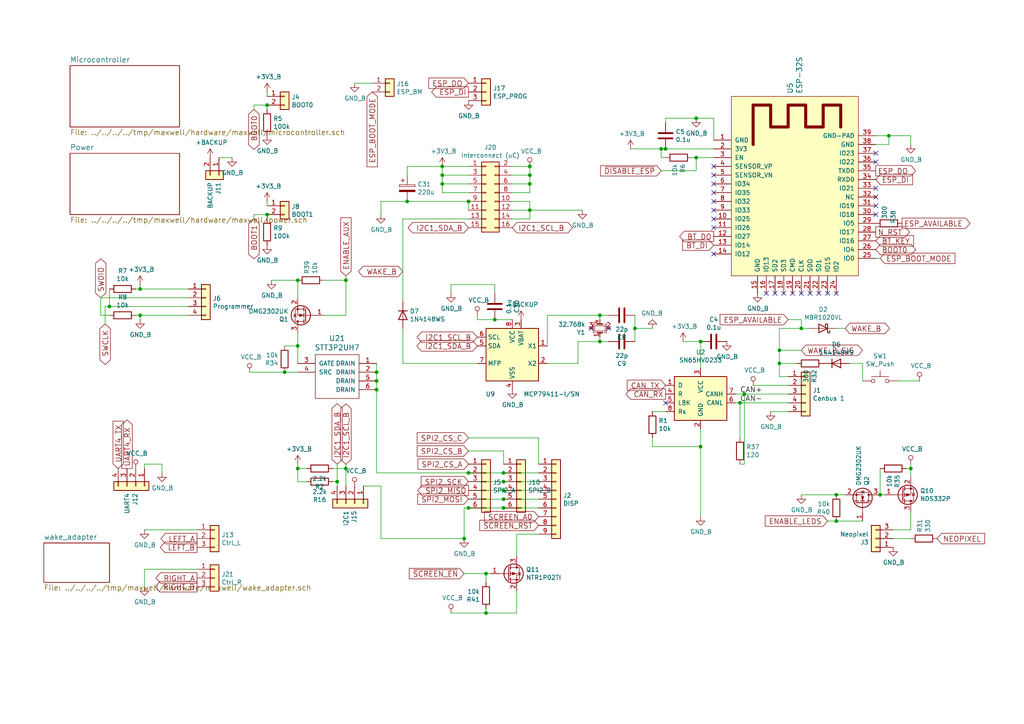
<source format=kicad_sch>
(kicad_sch (version 20230121) (generator eeschema)
  (paper "A4")
  (junction (at 140.97 166.37))
  (junction (at 128.27 53.34))
  (junction (at 257.81 39.37))
  (junction (at 109.22 113.03))
  (junction (at 31.75 88.9))
  (junction (at 184.15 95.25))
  (junction (at 191.77 43.18))
  (junction (at 146.05 139.7))
  (junction (at 203.2 99.06))
  (junction (at 128.27 50.8))
  (junction (at 97.79 139.7))
  (junction (at 146.05 144.78))
  (junction (at 86.36 100.33))
  (junction (at 153.67 48.26))
  (junction (at 215.9 114.3))
  (junction (at 77.47 30.48))
  (junction (at 146.05 137.16))
  (junction (at 109.22 107.95))
  (junction (at 134.62 156.21))
  (junction (at 255.27 143.51))
  (junction (at 135.89 147.32))
  (junction (at 203.2 129.54))
  (junction (at 140.97 177.8))
  (junction (at 201.93 34.29))
  (junction (at 226.06 105.41))
  (junction (at 146.05 147.32))
  (junction (at 173.99 99.06))
  (junction (at 193.04 43.18))
  (junction (at 173.99 91.44))
  (junction (at 214.63 116.84))
  (junction (at 232.41 95.25))
  (junction (at 40.64 91.44))
  (junction (at 86.36 81.28))
  (junction (at 77.47 62.23))
  (junction (at 153.67 60.96))
  (junction (at 146.05 142.24))
  (junction (at 109.22 110.49))
  (junction (at 153.67 53.34))
  (junction (at 135.89 137.16))
  (junction (at 40.64 83.82))
  (junction (at 128.27 48.26))
  (junction (at 242.57 151.13))
  (junction (at 242.57 143.51))
  (junction (at 100.33 135.89))
  (junction (at 135.89 58.42))
  (junction (at 201.93 45.72))
  (junction (at 100.33 81.28))
  (junction (at 118.11 58.42))
  (junction (at 226.06 101.6))
  (junction (at 153.67 50.8))
  (junction (at 264.16 135.89))
  (junction (at 86.36 135.89))
  (junction (at 82.55 107.95))
  (junction (at 143.51 92.71))
  (no_connect (at 193.04 116.84))
  (no_connect (at 207.01 73.66))
  (no_connect (at 254 57.15))
  (no_connect (at 234.95 85.09))
  (no_connect (at 237.49 85.09))
  (no_connect (at 207.01 63.5))
  (no_connect (at 229.87 85.09))
  (no_connect (at 240.03 85.09))
  (no_connect (at 222.25 85.09))
  (no_connect (at 254 59.69))
  (no_connect (at 254 62.23))
  (no_connect (at 224.79 85.09))
  (no_connect (at 207.01 53.34))
  (no_connect (at 254 54.61))
  (no_connect (at 207.01 58.42))
  (no_connect (at 207.01 60.96))
  (no_connect (at 227.33 85.09))
  (no_connect (at 232.41 85.09))
  (no_connect (at 254 44.45))
  (no_connect (at 254 46.99))
  (no_connect (at 207.01 48.26))
  (no_connect (at 242.57 85.09))
  (no_connect (at 207.01 50.8))
  (no_connect (at 207.01 55.88))
  (no_connect (at 207.01 66.04))
  (no_connect (at 176.53 95.25))
  (no_connect (at 171.45 95.25))
  (wire (pts (xy 146.05 144.78) (xy 135.89 144.78)))
  (wire (pts (xy 77.47 26.67) (xy 77.47 27.94)))
  (wire (pts (xy 31.75 91.44) (xy 29.21 91.44)))
  (wire (pts (xy 100.33 135.89) (xy 100.33 134.62)))
  (wire (pts (xy 40.64 91.44) (xy 54.61 91.44)))
  (wire (pts (xy 77.47 63.5) (xy 77.47 62.23)))
  (wire (pts (xy 231.14 105.41) (xy 226.06 105.41)))
  (wire (pts (xy 203.2 149.86) (xy 203.2 129.54)))
  (wire (pts (xy 264.16 153.67) (xy 259.08 153.67)))
  (wire (pts (xy 110.49 58.42) (xy 110.49 62.23)))
  (wire (pts (xy 232.41 101.6) (xy 226.06 101.6)))
  (wire (pts (xy 135.89 50.8) (xy 128.27 50.8)))
  (wire (pts (xy 153.67 53.34) (xy 153.67 50.8)))
  (wire (pts (xy 254 74.93) (xy 255.27 74.93)))
  (wire (pts (xy 109.22 107.95) (xy 109.22 110.49)))
  (wire (pts (xy 146.05 139.7) (xy 135.89 139.7)))
  (wire (pts (xy 86.36 107.95) (xy 82.55 107.95)))
  (wire (pts (xy 100.33 140.97) (xy 100.33 135.89)))
  (wire (pts (xy 140.97 166.37) (xy 134.62 166.37)))
  (wire (pts (xy 214.63 116.84) (xy 228.6 116.84)))
  (wire (pts (xy 128.27 50.8) (xy 128.27 48.26)))
  (wire (pts (xy 118.11 50.8) (xy 118.11 48.26)))
  (wire (pts (xy 110.49 58.42) (xy 118.11 58.42)))
  (wire (pts (xy 189.23 129.54) (xy 203.2 129.54)))
  (wire (pts (xy 254 39.37) (xy 257.81 39.37)))
  (wire (pts (xy 116.84 63.5) (xy 116.84 87.63)))
  (wire (pts (xy 228.6 109.22) (xy 226.06 109.22)))
  (wire (pts (xy 109.22 113.03) (xy 109.22 137.16)))
  (wire (pts (xy 39.37 83.82) (xy 40.64 83.82)))
  (wire (pts (xy 135.89 137.16) (xy 146.05 137.16)))
  (wire (pts (xy 184.15 99.06) (xy 184.15 95.25)))
  (wire (pts (xy 86.36 100.33) (xy 86.36 96.52)))
  (wire (pts (xy 228.6 111.76) (xy 218.44 111.76)))
  (wire (pts (xy 54.61 86.36) (xy 29.21 86.36)))
  (wire (pts (xy 250.19 105.41) (xy 246.38 105.41)))
  (wire (pts (xy 135.89 63.5) (xy 116.84 63.5)))
  (wire (pts (xy 57.15 153.67) (xy 41.91 153.67)))
  (wire (pts (xy 86.36 81.28) (xy 86.36 86.36)))
  (wire (pts (xy 148.59 53.34) (xy 153.67 53.34)))
  (wire (pts (xy 73.66 62.23) (xy 73.66 63.5)))
  (wire (pts (xy 41.91 135.89) (xy 41.91 134.62)))
  (wire (pts (xy 257.81 39.37) (xy 264.16 39.37)))
  (wire (pts (xy 86.36 135.89) (xy 86.36 134.62)))
  (wire (pts (xy 88.9 135.89) (xy 86.36 135.89)))
  (wire (pts (xy 201.93 45.72) (xy 200.66 45.72)))
  (wire (pts (xy 135.89 53.34) (xy 128.27 53.34)))
  (wire (pts (xy 242.57 151.13) (xy 250.19 151.13)))
  (wire (pts (xy 57.15 165.1) (xy 41.91 165.1)))
  (wire (pts (xy 41.91 165.1) (xy 41.91 170.18)))
  (wire (pts (xy 134.62 147.32) (xy 135.89 147.32)))
  (wire (pts (xy 146.05 142.24) (xy 156.21 142.24)))
  (wire (pts (xy 146.05 130.81) (xy 146.05 134.62)))
  (wire (pts (xy 40.64 82.55) (xy 40.64 83.82)))
  (wire (pts (xy 149.86 154.94) (xy 149.86 161.29)))
  (wire (pts (xy 31.75 88.9) (xy 54.61 88.9)))
  (wire (pts (xy 134.62 147.32) (xy 134.62 156.21)))
  (wire (pts (xy 245.11 143.51) (xy 242.57 143.51)))
  (wire (pts (xy 207.01 45.72) (xy 201.93 45.72)))
  (wire (pts (xy 135.89 55.88) (xy 128.27 55.88)))
  (wire (pts (xy 207.01 40.64) (xy 207.01 34.29)))
  (wire (pts (xy 189.23 95.25) (xy 184.15 95.25)))
  (wire (pts (xy 176.53 99.06) (xy 173.99 99.06)))
  (wire (pts (xy 214.63 116.84) (xy 214.63 127)))
  (wire (pts (xy 193.04 43.18) (xy 191.77 43.18)))
  (wire (pts (xy 143.51 85.09) (xy 143.51 82.55)))
  (wire (pts (xy 213.36 114.3) (xy 215.9 114.3)))
  (wire (pts (xy 156.21 154.94) (xy 149.86 154.94)))
  (wire (pts (xy 173.99 99.06) (xy 167.64 99.06)))
  (wire (pts (xy 153.67 55.88) (xy 153.67 53.34)))
  (wire (pts (xy 203.2 129.54) (xy 203.2 124.46)))
  (wire (pts (xy 86.36 105.41) (xy 86.36 100.33)))
  (wire (pts (xy 116.84 95.25) (xy 116.84 105.41)))
  (wire (pts (xy 257.81 41.91) (xy 257.81 39.37)))
  (wire (pts (xy 118.11 58.42) (xy 135.89 58.42)))
  (wire (pts (xy 189.23 127) (xy 189.23 129.54)))
  (wire (pts (xy 156.21 144.78) (xy 146.05 144.78)))
  (wire (pts (xy 31.75 88.9) (xy 31.75 83.82)))
  (wire (pts (xy 93.98 81.28) (xy 100.33 81.28)))
  (wire (pts (xy 135.89 142.24) (xy 146.05 142.24)))
  (wire (pts (xy 215.9 114.3) (xy 215.9 134.62)))
  (wire (pts (xy 148.59 58.42) (xy 153.67 58.42)))
  (wire (pts (xy 207.01 43.18) (xy 193.04 43.18)))
  (wire (pts (xy 250.19 105.41) (xy 250.19 110.49)))
  (wire (pts (xy 264.16 156.21) (xy 259.08 156.21)))
  (wire (pts (xy 128.27 55.88) (xy 128.27 53.34)))
  (wire (pts (xy 110.49 156.21) (xy 134.62 156.21)))
  (wire (pts (xy 73.66 30.48) (xy 73.66 31.75)))
  (wire (pts (xy 140.97 168.91) (xy 140.97 166.37)))
  (wire (pts (xy 167.64 105.41) (xy 158.75 105.41)))
  (wire (pts (xy 30.48 88.9) (xy 30.48 93.98)))
  (wire (pts (xy 156.21 134.62) (xy 156.21 127)))
  (wire (pts (xy 149.86 171.45) (xy 149.86 177.8)))
  (wire (pts (xy 29.21 91.44) (xy 29.21 86.36)))
  (wire (pts (xy 232.41 92.71) (xy 232.41 95.25)))
  (wire (pts (xy 156.21 139.7) (xy 146.05 139.7)))
  (wire (pts (xy 46.99 134.62) (xy 46.99 137.16)))
  (wire (pts (xy 264.16 39.37) (xy 264.16 41.91)))
  (wire (pts (xy 148.59 50.8) (xy 153.67 50.8)))
  (wire (pts (xy 130.81 82.55) (xy 130.81 85.09)))
  (wire (pts (xy 82.55 100.33) (xy 86.36 100.33)))
  (wire (pts (xy 167.64 99.06) (xy 167.64 105.41)))
  (wire (pts (xy 146.05 147.32) (xy 156.21 147.32)))
  (wire (pts (xy 148.59 92.71) (xy 143.51 92.71)))
  (wire (pts (xy 77.47 30.48) (xy 77.47 31.75)))
  (wire (pts (xy 138.43 92.71) (xy 138.43 91.44)))
  (wire (pts (xy 96.52 139.7) (xy 97.79 139.7)))
  (wire (pts (xy 77.47 62.23) (xy 73.66 62.23)))
  (wire (pts (xy 135.89 60.96) (xy 135.89 58.42)))
  (wire (pts (xy 201.93 34.29) (xy 193.04 34.29)))
  (wire (pts (xy 97.79 140.97) (xy 97.79 139.7)))
  (wire (pts (xy 88.9 139.7) (xy 86.36 139.7)))
  (wire (pts (xy 191.77 45.72) (xy 191.77 43.18)))
  (wire (pts (xy 148.59 63.5) (xy 153.67 63.5)))
  (wire (pts (xy 193.04 45.72) (xy 191.77 45.72)))
  (wire (pts (xy 264.16 135.89) (xy 264.16 138.43)))
  (wire (pts (xy 256.54 143.51) (xy 255.27 143.51)))
  (wire (pts (xy 143.51 82.55) (xy 130.81 82.55)))
  (wire (pts (xy 105.41 140.97) (xy 110.49 140.97)))
  (wire (pts (xy 173.99 97.79) (xy 173.99 99.06)))
  (wire (pts (xy 41.91 134.62) (xy 46.99 134.62)))
  (wire (pts (xy 128.27 48.26) (xy 135.89 48.26)))
  (wire (pts (xy 153.67 50.8) (xy 153.67 48.26)))
  (wire (pts (xy 193.04 119.38) (xy 189.23 119.38)))
  (wire (pts (xy 30.48 88.9) (xy 31.75 88.9)))
  (wire (pts (xy 100.33 91.44) (xy 93.98 91.44)))
  (wire (pts (xy 78.74 81.28) (xy 86.36 81.28)))
  (wire (pts (xy 142.24 166.37) (xy 140.97 166.37)))
  (wire (pts (xy 109.22 137.16) (xy 135.89 137.16)))
  (wire (pts (xy 86.36 139.7) (xy 86.36 135.89)))
  (wire (pts (xy 173.99 91.44) (xy 176.53 91.44)))
  (wire (pts (xy 262.89 135.89) (xy 264.16 135.89)))
  (wire (pts (xy 213.36 116.84) (xy 214.63 116.84)))
  (wire (pts (xy 156.21 127) (xy 135.89 127)))
  (wire (pts (xy 226.06 101.6) (xy 226.06 105.41)))
  (wire (pts (xy 203.2 99.06) (xy 198.12 99.06)))
  (wire (pts (xy 96.52 135.89) (xy 100.33 135.89)))
  (wire (pts (xy 97.79 139.7) (xy 97.79 134.62)))
  (wire (pts (xy 77.47 59.69) (xy 77.47 58.42)))
  (wire (pts (xy 158.75 91.44) (xy 158.75 100.33)))
  (wire (pts (xy 173.99 92.71) (xy 173.99 91.44)))
  (wire (pts (xy 140.97 176.53) (xy 140.97 177.8)))
  (wire (pts (xy 140.97 177.8) (xy 130.81 177.8)))
  (wire (pts (xy 203.2 99.06) (xy 203.2 106.68)))
  (wire (pts (xy 215.9 134.62) (xy 214.63 134.62)))
  (wire (pts (xy 201.93 49.53) (xy 201.93 45.72)))
  (wire (pts (xy 242.57 95.25) (xy 245.11 95.25)))
  (wire (pts (xy 264.16 153.67) (xy 264.16 148.59)))
  (wire (pts (xy 234.95 95.25) (xy 232.41 95.25)))
  (wire (pts (xy 109.22 105.41) (xy 109.22 107.95)))
  (wire (pts (xy 72.39 107.95) (xy 82.55 107.95)))
  (wire (pts (xy 223.52 119.38) (xy 228.6 119.38)))
  (wire (pts (xy 148.59 60.96) (xy 153.67 60.96)))
  (wire (pts (xy 63.5 45.72) (xy 67.31 45.72)))
  (wire (pts (xy 143.51 92.71) (xy 138.43 92.71)))
  (wire (pts (xy 242.57 151.13) (xy 240.03 151.13)))
  (wire (pts (xy 153.67 60.96) (xy 168.91 60.96)))
  (wire (pts (xy 182.88 43.18) (xy 191.77 43.18)))
  (wire (pts (xy 207.01 34.29) (xy 201.93 34.29)))
  (wire (pts (xy 118.11 48.26) (xy 128.27 48.26)))
  (wire (pts (xy 149.86 177.8) (xy 140.97 177.8)))
  (wire (pts (xy 146.05 137.16) (xy 156.21 137.16)))
  (wire (pts (xy 40.64 83.82) (xy 54.61 83.82)))
  (wire (pts (xy 215.9 114.3) (xy 228.6 114.3)))
  (wire (pts (xy 110.49 140.97) (xy 110.49 156.21)))
  (wire (pts (xy 255.27 143.51) (xy 255.27 135.89)))
  (wire (pts (xy 40.64 92.71) (xy 40.64 91.44)))
  (wire (pts (xy 266.7 110.49) (xy 260.35 110.49)))
  (wire (pts (xy 100.33 81.28) (xy 100.33 80.01)))
  (wire (pts (xy 254 41.91) (xy 257.81 41.91)))
  (wire (pts (xy 232.41 143.51) (xy 242.57 143.51)))
  (wire (pts (xy 148.59 55.88) (xy 153.67 55.88)))
  (wire (pts (xy 184.15 95.25) (xy 184.15 91.44)))
  (wire (pts (xy 232.41 95.25) (xy 226.06 95.25)))
  (wire (pts (xy 116.84 105.41) (xy 138.43 105.41)))
  (wire (pts (xy 153.67 58.42) (xy 153.67 60.96)))
  (wire (pts (xy 226.06 95.25) (xy 226.06 101.6)))
  (wire (pts (xy 228.6 92.71) (xy 232.41 92.71)))
  (wire (pts (xy 191.77 49.53) (xy 201.93 49.53)))
  (wire (pts (xy 153.67 60.96) (xy 153.67 63.5)))
  (wire (pts (xy 77.47 30.48) (xy 73.66 30.48)))
  (wire (pts (xy 100.33 81.28) (xy 100.33 91.44)))
  (wire (pts (xy 135.89 147.32) (xy 146.05 147.32)))
  (wire (pts (xy 109.22 113.03) (xy 109.22 110.49)))
  (wire (pts (xy 107.95 24.13) (xy 102.87 24.13)))
  (wire (pts (xy 264.16 134.62) (xy 264.16 135.89)))
  (wire (pts (xy 135.89 130.81) (xy 146.05 130.81)))
  (wire (pts (xy 226.06 105.41) (xy 226.06 109.22)))
  (wire (pts (xy 39.37 91.44) (xy 40.64 91.44)))
  (wire (pts (xy 128.27 53.34) (xy 128.27 50.8)))
  (wire (pts (xy 148.59 48.26) (xy 153.67 48.26)))
  (wire (pts (xy 193.04 34.29) (xy 193.04 35.56)))
  (wire (pts (xy 158.75 91.44) (xy 173.99 91.44)))
  (label "CAN+" (at 214.63 114.3 0) (effects (font (size 1.524 1.524))))
  (label "CAN-" (at 214.63 116.84 0) (effects (font (size 1.524 1.524))))
  (global_label "LEFT_B" (shape output) (at 57.15 158.75 180) (effects (font (size 1.524 1.524))) (property "Intersheetrefs" "${INTERSHEET_REFS}" (effects hide)))
  (global_label "ESP_AVAILABLE" (shape output) (at 261.62 64.77 0) (effects (font (size 1.524 1.524))) (property "Intersheetrefs" "${INTERSHEET_REFS}" (effects hide)))
  (global_label "ESP_BOOT_MODE" (shape input) (at 107.95 26.67 270) (effects (font (size 1.524 1.524))) (property "Intersheetrefs" "${INTERSHEET_REFS}" (effects hide)))
  (global_label "WAKE_B" (shape bidirectional) (at 116.84 78.74 180) (effects (font (size 1.524 1.524))) (property "Intersheetrefs" "${INTERSHEET_REFS}" (effects hide)))
  (global_label "SWCLK" (shape bidirectional) (at 30.48 93.98 270) (effects (font (size 1.524 1.524))) (property "Intersheetrefs" "${INTERSHEET_REFS}" (effects hide)))
  (global_label "CAN_RX" (shape output) (at 193.04 114.3 180) (effects (font (size 1.524 1.524))) (property "Intersheetrefs" "${INTERSHEET_REFS}" (effects hide)))
  (global_label "LEFT_A" (shape output) (at 57.15 156.21 180) (effects (font (size 1.524 1.524))) (property "Intersheetrefs" "${INTERSHEET_REFS}" (effects hide)))
  (global_label "BT_KEY" (shape input) (at 254 69.85 0) (effects (font (size 1.524 1.524))) (property "Intersheetrefs" "${INTERSHEET_REFS}" (effects hide)))
  (global_label "I2C1_SCL_B" (shape bidirectional) (at 138.43 97.79 180) (effects (font (size 1.524 1.524))) (property "Intersheetrefs" "${INTERSHEET_REFS}" (effects hide)))
  (global_label "BOOT0" (shape bidirectional) (at 254 72.39 0) (effects (font (size 1.524 1.524))) (property "Intersheetrefs" "${INTERSHEET_REFS}" (effects hide)))
  (global_label "SCREEN_RST" (shape input) (at 156.21 152.4 180) (effects (font (size 1.524 1.524))) (property "Intersheetrefs" "${INTERSHEET_REFS}" (effects hide)))
  (global_label "N_RST" (shape output) (at 254 67.31 0) (effects (font (size 1.524 1.524))) (property "Intersheetrefs" "${INTERSHEET_REFS}" (effects hide)))
  (global_label "I2C1_SDA_B" (shape bidirectional) (at 135.89 66.04 180) (effects (font (size 1.524 1.524))) (property "Intersheetrefs" "${INTERSHEET_REFS}" (effects hide)))
  (global_label "RIGHT_B" (shape output) (at 57.15 170.18 180) (effects (font (size 1.524 1.524))) (property "Intersheetrefs" "${INTERSHEET_REFS}" (effects hide)))
  (global_label "ESP_DI" (shape input) (at 254 52.07 0) (effects (font (size 1.524 1.524))) (property "Intersheetrefs" "${INTERSHEET_REFS}" (effects hide)))
  (global_label "BT_DO" (shape output) (at 207.01 68.58 180) (effects (font (size 1.524 1.524))) (property "Intersheetrefs" "${INTERSHEET_REFS}" (effects hide)))
  (global_label "SPI2_CS_B" (shape input) (at 135.89 130.81 180) (effects (font (size 1.524 1.524))) (property "Intersheetrefs" "${INTERSHEET_REFS}" (effects hide)))
  (global_label "I2C1_SDA_B" (shape bidirectional) (at 138.43 100.33 180) (effects (font (size 1.524 1.524))) (property "Intersheetrefs" "${INTERSHEET_REFS}" (effects hide)))
  (global_label "I2C1_SCL_B" (shape bidirectional) (at 100.33 134.62 90) (effects (font (size 1.524 1.524))) (property "Intersheetrefs" "${INTERSHEET_REFS}" (effects hide)))
  (global_label "SPI2_CS_A" (shape input) (at 135.89 134.62 180) (effects (font (size 1.524 1.524))) (property "Intersheetrefs" "${INTERSHEET_REFS}" (effects hide)))
  (global_label "SPI2_MISO" (shape output) (at 135.89 142.24 180) (effects (font (size 1.524 1.524))) (property "Intersheetrefs" "${INTERSHEET_REFS}" (effects hide)))
  (global_label "BOOT1" (shape bidirectional) (at 73.66 63.5 270) (effects (font (size 1.524 1.524))) (property "Intersheetrefs" "${INTERSHEET_REFS}" (effects hide)))
  (global_label "SPI2_SCK" (shape input) (at 135.89 139.7 180) (effects (font (size 1.524 1.524))) (property "Intersheetrefs" "${INTERSHEET_REFS}" (effects hide)))
  (global_label "BT_DI" (shape input) (at 207.01 71.12 180) (effects (font (size 1.524 1.524))) (property "Intersheetrefs" "${INTERSHEET_REFS}" (effects hide)))
  (global_label "I2C1_SCL_B" (shape bidirectional) (at 148.59 66.04 0) (effects (font (size 1.524 1.524))) (property "Intersheetrefs" "${INTERSHEET_REFS}" (effects hide)))
  (global_label "SPI2_MOSI" (shape input) (at 135.89 144.78 180) (effects (font (size 1.524 1.524))) (property "Intersheetrefs" "${INTERSHEET_REFS}" (effects hide)))
  (global_label "SPI2_CS_C" (shape input) (at 135.89 127 180) (effects (font (size 1.524 1.524))) (property "Intersheetrefs" "${INTERSHEET_REFS}" (effects hide)))
  (global_label "SWDIO" (shape bidirectional) (at 29.21 86.36 90) (effects (font (size 1.524 1.524))) (property "Intersheetrefs" "${INTERSHEET_REFS}" (effects hide)))
  (global_label "CAN_TX" (shape input) (at 193.04 111.76 180) (effects (font (size 1.524 1.524))) (property "Intersheetrefs" "${INTERSHEET_REFS}" (effects hide)))
  (global_label "UART4_RX" (shape output) (at 36.83 135.89 90) (effects (font (size 1.524 1.524))) (property "Intersheetrefs" "${INTERSHEET_REFS}" (effects hide)))
  (global_label "ESP_AVAILABLE" (shape input) (at 228.6 92.71 180) (effects (font (size 1.524 1.524))) (property "Intersheetrefs" "${INTERSHEET_REFS}" (effects hide)))
  (global_label "ESP_DI" (shape output) (at 135.89 26.67 180) (effects (font (size 1.524 1.524))) (property "Intersheetrefs" "${INTERSHEET_REFS}" (effects hide)))
  (global_label "~{SCREEN_EN}" (shape input) (at 134.62 166.37 180) (effects (font (size 1.524 1.524))) (property "Intersheetrefs" "${INTERSHEET_REFS}" (effects hide)))
  (global_label "RIGHT_A" (shape output) (at 57.15 167.64 180) (effects (font (size 1.524 1.524))) (property "Intersheetrefs" "${INTERSHEET_REFS}" (effects hide)))
  (global_label "ENABLE_LEDS" (shape input) (at 240.03 151.13 180) (effects (font (size 1.524 1.524))) (property "Intersheetrefs" "${INTERSHEET_REFS}" (effects hide)))
  (global_label "ESP_DO" (shape output) (at 254 49.53 0) (effects (font (size 1.524 1.524))) (property "Intersheetrefs" "${INTERSHEET_REFS}" (effects hide)))
  (global_label "SCREEN_A0" (shape input) (at 156.21 149.86 180) (effects (font (size 1.524 1.524))) (property "Intersheetrefs" "${INTERSHEET_REFS}" (effects hide)))
  (global_label "BOOT0" (shape bidirectional) (at 73.66 31.75 270) (effects (font (size 1.524 1.524))) (property "Intersheetrefs" "${INTERSHEET_REFS}" (effects hide)))
  (global_label "WAKE_B_SIG" (shape bidirectional) (at 232.41 101.6 0) (effects (font (size 1.524 1.524))) (property "Intersheetrefs" "${INTERSHEET_REFS}" (effects hide)))
  (global_label "NEOPIXEL" (shape input) (at 271.78 156.21 0) (effects (font (size 1.524 1.524))) (property "Intersheetrefs" "${INTERSHEET_REFS}" (effects hide)))
  (global_label "ESP_DO" (shape input) (at 135.89 24.13 180) (effects (font (size 1.524 1.524))) (property "Intersheetrefs" "${INTERSHEET_REFS}" (effects hide)))
  (global_label "WAKE_B" (shape bidirectional) (at 245.11 95.25 0) (effects (font (size 1.524 1.524))) (property "Intersheetrefs" "${INTERSHEET_REFS}" (effects hide)))
  (global_label "~{DISABLE_ESP}" (shape input) (at 191.77 49.53 180) (effects (font (size 1.524 1.524))) (property "Intersheetrefs" "${INTERSHEET_REFS}" (effects hide)))
  (global_label "I2C1_SDA_B" (shape bidirectional) (at 97.79 134.62 90) (effects (font (size 1.524 1.524))) (property "Intersheetrefs" "${INTERSHEET_REFS}" (effects hide)))
  (global_label "ESP_BOOT_MODE" (shape input) (at 255.27 74.93 0) (effects (font (size 1.524 1.524))) (property "Intersheetrefs" "${INTERSHEET_REFS}" (effects hide)))
  (global_label "UART4_TX" (shape input) (at 34.29 135.89 90) (effects (font (size 1.524 1.524))) (property "Intersheetrefs" "${INTERSHEET_REFS}" (effects hide)))
  (global_label "ENABLE_AUX" (shape input) (at 100.33 80.01 90) (effects (font (size 1.524 1.524))) (property "Intersheetrefs" "${INTERSHEET_REFS}" (effects hide)))
  (symbol (lib_id "maxwell-rescue:Conn_01x04-RESCUE-maxwell") (at 59.69 86.36 0) (unit 1)
    (property "Reference" "J6" (at 61.722 86.5632 0) (effects (justify left)))
    (property "Value" "Programmer" (at 61.722 88.8746 0) (effects (justify left)))
    (property "Footprint" "coddingtonbear:Pin_Header_Straight_1x04_Pitch2.54mm_LargePads" (effects hide))
  )
  (symbol (lib_id "maxwell-rescue:R-RESCUE-maxwell") (at 35.56 91.44 270) (unit 1)
    (property "Reference" "R8" (at 35.56 86.1822 90))
    (property "Value" "10k" (at 35.56 88.4936 90))
    (property "Footprint" "coddingtonbear:0805_Milling" (effects hide))
  )
  (symbol (lib_id "maxwell-rescue:R-RESCUE-maxwell") (at 35.56 83.82 270) (unit 1)
    (property "Reference" "R7" (at 35.56 78.5622 90))
    (property "Value" "10k" (at 35.56 80.8736 90))
    (property "Footprint" "coddingtonbear:0805_Milling" (effects hide))
  )
  (symbol (lib_id "maxwell-rescue:SN65HVD233-RESCUE-maxwell") (at 203.2 114.3 0) (unit 1)
    (property "Reference" "U2" (at 203.2 102.1588 0))
    (property "Value" "SN65HVD233" (at 203.2 104.4702 0))
    (property "Footprint" "coddingtonbear:SOIC-8_3.9x4.9mm_P1.27mm_LargePads" (effects hide))
  )
  (symbol (lib_id "maxwell-rescue:R-RESCUE-maxwell") (at 189.23 123.19 0) (unit 1)
    (property "Reference" "R1" (at 191.008 122.0216 0) (effects (justify left)))
    (property "Value" "10k" (at 191.008 124.333 0) (effects (justify left)))
    (property "Footprint" "coddingtonbear:0805_Milling" (effects hide))
  )
  (symbol (lib_id "maxwell-rescue:C-RESCUE-maxwell") (at 207.01 99.06 270) (unit 1)
    (property "Reference" "C4" (at 207.01 92.6592 90))
    (property "Value" "0.1u" (at 207.01 94.9706 90))
    (property "Footprint" "coddingtonbear:0805_Milling" (effects hide))
  )
  (symbol (lib_id "maxwell-rescue:Conn_01x03-RESCUE-maxwell") (at 254 156.21 180) (unit 1)
    (property "Reference" "J3" (at 251.968 157.2768 0) (effects (justify left)))
    (property "Value" "Neopixel" (at 251.968 154.9654 0) (effects (justify left)))
    (property "Footprint" "coddingtonbear:JST_XH_B03B-XH-A_03x2.50mm_Straight_LargePads" (effects hide))
  )
  (symbol (lib_id "maxwell-rescue:Conn_01x05-RESCUE-maxwell") (at 233.68 114.3 0) (unit 1)
    (property "Reference" "J1" (at 235.712 113.2332 0) (effects (justify left)))
    (property "Value" "Canbus 1" (at 235.712 115.5446 0) (effects (justify left)))
    (property "Footprint" "coddingtonbear:JST_XH_B05B-XH-A_05x2.50mm_Straight_LargePads" (effects hide))
  )
  (symbol (lib_id "maxwell-rescue:R-RESCUE-maxwell") (at 267.97 156.21 90) (unit 1)
    (property "Reference" "R31" (at 266.8016 154.432 0) (effects (justify left)))
    (property "Value" "330" (at 269.113 154.432 0) (effects (justify left)))
    (property "Footprint" "coddingtonbear:0805_Milling" (effects hide))
  )
  (symbol (lib_id "maxwell-rescue:R-RESCUE-maxwell") (at 214.63 130.81 0) (unit 1)
    (property "Reference" "R37" (at 216.408 129.6416 0) (effects (justify left)))
    (property "Value" "120" (at 216.408 131.953 0) (effects (justify left)))
    (property "Footprint" "coddingtonbear:0805_Milling" (effects hide))
  )
  (symbol (lib_id "maxwell-rescue:Conn_01x06-conn") (at 140.97 139.7 0) (unit 1)
    (property "Reference" "J5" (at 142.9766 139.9032 0) (effects (justify left)))
    (property "Value" "SPI2_A" (at 142.9766 142.2146 0) (effects (justify left)))
    (property "Footprint" "coddingtonbear:JST_XH_B06B-XH-A_06x2.50mm_Straight_LargePads" (effects hide))
  )
  (symbol (lib_id "maxwell-rescue:Conn_01x06-conn") (at 151.13 139.7 0) (unit 1)
    (property "Reference" "J10" (at 153.162 139.9032 0) (effects (justify left)))
    (property "Value" "SPI2_B" (at 153.162 142.2146 0) (effects (justify left)))
    (property "Footprint" "coddingtonbear:JST_XH_B06B-XH-A_06x2.50mm_Straight_LargePads" (effects hide))
  )
  (symbol (lib_id "maxwell-rescue:ESP-32S-esp32") (at 231.14 58.42 0) (unit 1)
    (property "Reference" "U5" (at 229.1588 27.2288 90) (effects (font (size 1.524 1.524)) (justify left)))
    (property "Value" "ESP-32S" (at 231.8512 27.2288 90) (effects (font (size 1.524 1.524)) (justify left)))
    (property "Footprint" "coddingtonbear:ESP-32S" (effects hide))
  )
  (symbol (lib_id "maxwell-rescue:R-RESCUE-maxwell") (at 196.85 45.72 270) (unit 1)
    (property "Reference" "R6" (at 198.0184 47.498 0) (effects (justify left)))
    (property "Value" "10k" (at 195.707 47.498 0) (effects (justify left)))
    (property "Footprint" "coddingtonbear:0805_Milling" (effects hide))
  )
  (symbol (lib_id "maxwell-rescue:+BACKUP-power") (at 60.96 45.72 0) (unit 1)
    (property "Reference" "#PWR060" (effects hide))
    (property "Value" "+BACKUP" (at 61.341 41.3258 0))
  )
  (symbol (lib_id "maxwell-rescue:Conn_01x02-conn") (at 82.55 27.94 0) (unit 1)
    (property "Reference" "J4" (at 84.5566 28.1432 0) (effects (justify left)))
    (property "Value" "BOOT0" (at 84.5566 30.4546 0) (effects (justify left)))
    (property "Footprint" "coddingtonbear:Pin_Header_Straight_1x02_Pitch1.27mm_JMP" (effects hide))
  )
  (symbol (lib_id "maxwell-rescue:Conn_01x02-conn") (at 82.55 59.69 0) (unit 1)
    (property "Reference" "J8" (at 84.5566 59.8932 0) (effects (justify left)))
    (property "Value" "BOOT1" (at 84.5566 62.2046 0) (effects (justify left)))
    (property "Footprint" "coddingtonbear:Pin_Header_Straight_1x02_Pitch1.27mm_JMP" (effects hide))
  )
  (symbol (lib_id "maxwell-rescue:R-RESCUE-maxwell") (at 77.47 35.56 0) (unit 1)
    (property "Reference" "R5" (at 79.248 34.3916 0) (effects (justify left)))
    (property "Value" "100k" (at 79.248 36.703 0) (effects (justify left)))
    (property "Footprint" "coddingtonbear:0805_Milling" (effects hide))
  )
  (symbol (lib_id "maxwell-rescue:R-RESCUE-maxwell") (at 77.47 67.31 0) (unit 1)
    (property "Reference" "R9" (at 79.248 66.1416 0) (effects (justify left)))
    (property "Value" "100k" (at 79.248 68.453 0) (effects (justify left)))
    (property "Footprint" "coddingtonbear:0805_Milling" (effects hide))
  )
  (symbol (lib_id "maxwell-rescue:Conn_01x02-conn") (at 63.5 50.8 270) (unit 1)
    (property "Reference" "J11" (at 63.2968 52.832 0) (effects (justify left)))
    (property "Value" "BACKUP" (at 60.9854 52.832 0) (effects (justify left)))
    (property "Footprint" "coddingtonbear:JST_XH_B02B-XH-A_02x2.50mm_Straight_LargePads" (effects hide))
  )
  (symbol (lib_id "maxwell-rescue:Conn_01x04-conn") (at 39.37 140.97 270) (unit 1)
    (property "Reference" "J12" (at 39.1668 143.002 0) (effects (justify left)))
    (property "Value" "UART4" (at 36.8554 143.002 0) (effects (justify left)))
    (property "Footprint" "coddingtonbear:JST_XH_B04B-XH-A_04x2.50mm_Straight_LargePads" (effects hide))
  )
  (symbol (lib_id "maxwell-rescue:C-device") (at 193.04 39.37 0) (unit 1)
    (property "Reference" "C5" (at 195.961 38.2016 0) (effects (justify left)))
    (property "Value" "0.1u" (at 195.961 40.513 0) (effects (justify left)))
    (property "Footprint" "coddingtonbear:0805_Milling" (effects hide))
  )
  (symbol (lib_id "maxwell-rescue:Conn_01x02-conn") (at 113.03 24.13 0) (unit 1)
    (property "Reference" "J16" (at 115.0366 24.3332 0) (effects (justify left)))
    (property "Value" "ESP_BM" (at 115.0366 26.6446 0) (effects (justify left)))
    (property "Footprint" "coddingtonbear:Pin_Header_Straight_1x02_Pitch1.27mm_JMP" (effects hide))
  )
  (symbol (lib_id "maxwell-rescue:Conn_01x03-RESCUE-maxwell") (at 140.97 26.67 0) (unit 1)
    (property "Reference" "J17" (at 143.002 25.6032 0) (effects (justify left)))
    (property "Value" "ESP_PROG" (at 143.002 27.9146 0) (effects (justify left)))
    (property "Footprint" "coddingtonbear:JST_XH_B03B-XH-A_03x2.50mm_Straight_LargePads" (effects hide))
  )
  (symbol (lib_id "Connector_Generic:Conn_02x08_Odd_Even") (at 140.97 55.88 0) (unit 1)
    (property "Reference" "J20" (at 142.24 42.7482 0))
    (property "Value" "Interconnect (uC)" (at 142.24 45.0596 0))
    (property "Footprint" "coddingtonbear:IDC-Header_2x08_P2.54mm_Vertical_Largepads" (effects hide))
  )
  (symbol (lib_id "maxwell-rescue:GND_B-coddingtonbear") (at 67.31 45.72 0) (unit 1)
    (property "Reference" "#PWR0105" (effects hide))
    (property "Value" "GND_B" (at 67.437 50.1142 0))
  )
  (symbol (lib_id "maxwell-rescue:GND_B-coddingtonbear") (at 77.47 39.37 0) (unit 1)
    (property "Reference" "#PWR0106" (effects hide))
    (property "Value" "GND_B" (at 77.597 43.7642 0))
  )
  (symbol (lib_id "maxwell-rescue:GND_B-coddingtonbear") (at 77.47 71.12 0) (unit 1)
    (property "Reference" "#PWR0107" (effects hide))
    (property "Value" "GND_B" (at 77.597 75.5142 0))
  )
  (symbol (lib_id "maxwell-rescue:GND_B-coddingtonbear") (at 102.87 24.13 0) (unit 1)
    (property "Reference" "#PWR0108" (effects hide))
    (property "Value" "GND_B" (at 102.997 28.5242 0))
  )
  (symbol (lib_id "maxwell-rescue:GND_B-coddingtonbear") (at 135.89 29.21 0) (unit 1)
    (property "Reference" "#PWR0109" (effects hide))
    (property "Value" "GND_B" (at 136.017 33.6042 0))
  )
  (symbol (lib_id "maxwell-rescue:GND_B-coddingtonbear") (at 40.64 92.71 0) (unit 1)
    (property "Reference" "#PWR0110" (effects hide))
    (property "Value" "GND_B" (at 40.767 97.1042 0))
  )
  (symbol (lib_id "maxwell-rescue:GND_B-coddingtonbear") (at 223.52 119.38 0) (unit 1)
    (property "Reference" "#PWR0113" (effects hide))
    (property "Value" "GND_B" (at 223.647 123.7742 0))
  )
  (symbol (lib_id "maxwell-rescue:GND_B-coddingtonbear") (at 203.2 149.86 0) (unit 1)
    (property "Reference" "#PWR0114" (effects hide))
    (property "Value" "GND_B" (at 203.327 154.2542 0))
  )
  (symbol (lib_id "maxwell-rescue:VCC_B-coddingtonbear") (at 266.7 110.49 0) (unit 1)
    (property "Reference" "#PWR0190" (effects hide))
    (property "Value" "VCC_B" (at 267.1318 106.0958 0))
  )
  (symbol (lib_id "Device:D") (at 242.57 105.41 0) (unit 1)
    (property "Reference" "D6" (at 242.57 99.9236 0))
    (property "Value" "1N4148WS" (at 242.57 102.235 0))
    (property "Footprint" "Diode_SMD:D_SOD-323_HandSoldering" (effects hide))
  )
  (symbol (lib_id "maxwell-rescue:R-RESCUE-maxwell") (at 257.81 64.77 270) (unit 1)
    (property "Reference" "R38" (at 259.08 60.96 0) (effects (justify left)))
    (property "Value" "300" (at 256.54 59.69 0) (effects (justify left)))
    (property "Footprint" "coddingtonbear:0805_Milling" (effects hide))
  )
  (symbol (lib_id "maxwell-rescue:GND_B-coddingtonbear") (at 259.08 158.75 0) (unit 1)
    (property "Reference" "#PWR0117" (effects hide))
    (property "Value" "GND_B" (at 259.207 163.1442 0))
  )
  (symbol (lib_id "maxwell-rescue:GND_B-coddingtonbear") (at 219.71 85.09 0) (unit 1)
    (property "Reference" "#PWR0118" (effects hide))
    (property "Value" "GND_B" (at 219.837 89.4842 0))
  )
  (symbol (lib_id "maxwell-rescue:GND_B-coddingtonbear") (at 201.93 34.29 0) (unit 1)
    (property "Reference" "#PWR0119" (effects hide))
    (property "Value" "GND_B" (at 202.057 38.6842 0))
  )
  (symbol (lib_id "maxwell-rescue:GND_B-coddingtonbear") (at 134.62 156.21 0) (unit 1)
    (property "Reference" "#PWR0120" (effects hide))
    (property "Value" "GND_B" (at 134.747 160.6042 0))
  )
  (symbol (lib_id "maxwell-rescue:VCC_B-coddingtonbear") (at 218.44 111.76 0) (unit 1)
    (property "Reference" "#PWR0122" (effects hide))
    (property "Value" "VCC_B" (at 218.8718 107.3658 0))
  )
  (symbol (lib_id "maxwell-rescue:VCC_B-coddingtonbear") (at 39.37 135.89 0) (unit 1)
    (property "Reference" "#PWR0123" (effects hide))
    (property "Value" "VCC_B" (at 39.8018 131.4958 0))
  )
  (symbol (lib_id "maxwell-rescue:VCC_B-coddingtonbear") (at 264.16 134.62 0) (unit 1)
    (property "Reference" "#PWR0127" (effects hide))
    (property "Value" "VCC_B" (at 264.5918 130.2258 0))
  )
  (symbol (lib_id "maxwell-rescue:VCC_B-coddingtonbear") (at 72.39 107.95 0) (unit 1)
    (property "Reference" "#PWR0128" (effects hide))
    (property "Value" "VCC_B" (at 72.8218 103.5558 0))
  )
  (symbol (lib_id "maxwell-rescue:+3V3_B-coddingtonbear") (at 182.88 43.18 0) (unit 1)
    (property "Reference" "#PWR0129" (effects hide))
    (property "Value" "+3V3_B" (at 183.261 38.7858 0))
  )
  (symbol (lib_id "maxwell-rescue:+3V3_B-coddingtonbear") (at 198.12 99.06 0) (unit 1)
    (property "Reference" "#PWR0130" (effects hide))
    (property "Value" "+3V3_B" (at 198.501 94.6658 0))
  )
  (symbol (lib_id "maxwell-rescue:+3V3_B-coddingtonbear") (at 40.64 82.55 0) (unit 1)
    (property "Reference" "#PWR0131" (effects hide))
    (property "Value" "+3V3_B" (at 41.021 78.1558 0))
  )
  (symbol (lib_id "maxwell-rescue:+3V3_B-coddingtonbear") (at 77.47 58.42 0) (unit 1)
    (property "Reference" "#PWR0132" (effects hide))
    (property "Value" "+3V3_B" (at 77.851 54.0258 0))
  )
  (symbol (lib_id "maxwell-rescue:+3V3_B-coddingtonbear") (at 77.47 26.67 0) (unit 1)
    (property "Reference" "#PWR0133" (effects hide))
    (property "Value" "+3V3_B" (at 77.851 22.2758 0))
  )
  (symbol (lib_id "maxwell-rescue:R-RESCUE-maxwell") (at 92.71 139.7 90) (unit 1)
    (property "Reference" "R16" (at 92.71 144.9578 90))
    (property "Value" "2.2k" (at 92.71 142.6464 90))
    (property "Footprint" "coddingtonbear:0805_Milling" (effects hide))
  )
  (symbol (lib_id "maxwell-rescue:R-RESCUE-maxwell") (at 92.71 135.89 90) (unit 1)
    (property "Reference" "R2" (at 92.71 141.1478 90))
    (property "Value" "2.2k" (at 92.71 138.8364 90))
    (property "Footprint" "coddingtonbear:0805_Milling" (effects hide))
  )
  (symbol (lib_id "maxwell-rescue:Conn_01x04-conn") (at 102.87 146.05 270) (unit 1)
    (property "Reference" "J15" (at 102.6668 148.082 0) (effects (justify left)))
    (property "Value" "I2C1" (at 100.3554 148.082 0) (effects (justify left)))
    (property "Footprint" "coddingtonbear:JST_XH_B04B-XH-A_04x2.50mm_Straight_LargePads" (effects hide))
  )
  (symbol (lib_id "maxwell-rescue:VCC_B-coddingtonbear") (at 102.87 140.97 0) (unit 1)
    (property "Reference" "#PWR0179" (effects hide))
    (property "Value" "VCC_B" (at 103.3018 136.5758 0))
  )
  (symbol (lib_id "maxwell-rescue:+3V3_B-coddingtonbear") (at 86.36 134.62 0) (unit 1)
    (property "Reference" "#PWR0180" (effects hide))
    (property "Value" "+3V3_B" (at 86.741 130.2258 0))
  )
  (symbol (lib_id "maxwell-rescue:GND_B-coddingtonbear") (at 210.82 99.06 0) (unit 1)
    (property "Reference" "#PWR0126" (effects hide))
    (property "Value" "GND_B" (at 210.947 103.4542 0))
  )
  (symbol (lib_id "maxwell-rescue:GND_B-coddingtonbear") (at 264.16 41.91 0) (unit 1)
    (property "Reference" "#PWR0111" (effects hide))
    (property "Value" "GND_B" (at 264.287 46.3042 0))
  )
  (symbol (lib_id "Device:Q_NMOS_GSD") (at 250.19 146.05 270) (mirror x) (unit 1)
    (property "Reference" "Q2" (at 251.3584 140.843 0) (effects (justify left)))
    (property "Value" "DMG2302UK" (at 249.047 140.843 0) (effects (justify left)))
    (property "Footprint" "coddingtonbear:SOT-23_LargePads" (effects hide))
  )
  (symbol (lib_id "maxwell-rescue:VCC_B-coddingtonbear") (at 153.67 48.26 0) (unit 1)
    (property "Reference" "#PWR0101" (effects hide))
    (property "Value" "VCC_B" (at 154.1018 43.8658 0))
  )
  (symbol (lib_id "maxwell-rescue:+3V3_B-coddingtonbear") (at 128.27 48.26 0) (unit 1)
    (property "Reference" "#PWR0102" (effects hide))
    (property "Value" "+3V3_B" (at 128.651 43.8658 0))
  )
  (symbol (lib_id "maxwell-rescue:GND_B-coddingtonbear") (at 110.49 62.23 0) (unit 1)
    (property "Reference" "#PWR0103" (effects hide))
    (property "Value" "GND_B" (at 110.617 66.6242 0))
  )
  (symbol (lib_id "maxwell-rescue:GND_B-coddingtonbear") (at 168.91 60.96 0) (unit 1)
    (property "Reference" "#PWR0104" (effects hide))
    (property "Value" "GND_B" (at 169.037 65.3542 0))
  )
  (symbol (lib_id "maxwell-rescue:MCP7940N-xSN-Timer") (at 148.59 102.87 0) (unit 1)
    (property "Reference" "U9" (at 142.24 114.3 0))
    (property "Value" "MCP79411-I/SN" (at 160.02 114.3 0))
    (property "Footprint" "coddingtonbear:SOIC-8_3.9x4.9mm_P1.27mm_LargePads" (effects hide))
    (property "Datasheet" "http://ww1.microchip.com/downloads/en/DeviceDoc/20005010F.pdf" (effects hide))
  )
  (symbol (lib_id "maxwell-rescue:+BACKUP-power") (at 151.13 92.71 0) (unit 1)
    (property "Reference" "#PWR0115" (effects hide))
    (property "Value" "+BACKUP" (at 151.511 88.3158 0))
  )
  (symbol (lib_id "Device:D_Schottky") (at 238.76 95.25 180) (unit 1)
    (property "Reference" "D2" (at 238.76 89.7636 0))
    (property "Value" "MBR1020VL" (at 238.76 92.075 0))
    (property "Footprint" "coddingtonbear:D_SOD-123_LargePads" (effects hide))
  )
  (symbol (lib_id "maxwell-rescue:GND_B-coddingtonbear") (at 148.59 113.03 0) (unit 1)
    (property "Reference" "#PWR0116" (effects hide))
    (property "Value" "GND_B" (at 148.717 117.4242 0))
  )
  (symbol (lib_id "maxwell-rescue:VCC_B-coddingtonbear") (at 138.43 91.44 0) (unit 1)
    (property "Reference" "#PWR0121" (effects hide))
    (property "Value" "VCC_B" (at 138.8618 87.0458 0))
  )
  (symbol (lib_id "maxwell-rescue:C-RESCUE-maxwell") (at 180.34 99.06 90) (unit 1)
    (property "Reference" "C9" (at 180.34 105.4608 90))
    (property "Value" "22p" (at 180.34 103.1494 90))
    (property "Footprint" "coddingtonbear:0805_Milling" (effects hide))
  )
  (symbol (lib_id "maxwell-rescue:C-RESCUE-maxwell") (at 180.34 91.44 90) (unit 1)
    (property "Reference" "C8" (at 180.34 97.8408 90))
    (property "Value" "22p" (at 180.34 95.5294 90))
    (property "Footprint" "coddingtonbear:0805_Milling" (effects hide))
  )
  (symbol (lib_id "maxwell-rescue:Crystal_GND23_Small-device") (at 173.99 95.25 90) (unit 1)
    (property "Reference" "Y1" (at 169.7736 96.4184 90) (effects (justify left)))
    (property "Value" "32.768k" (at 169.7736 94.107 90) (effects (justify left)))
    (property "Footprint" "Crystal:Crystal_SMD_SeikoEpson_MC306-4Pin_8.0x3.2mm_HandSoldering" (effects hide))
  )
  (symbol (lib_id "maxwell-rescue:GND_B-coddingtonbear") (at 189.23 95.25 180) (unit 1)
    (property "Reference" "#PWR0136" (effects hide))
    (property "Value" "GND_B" (at 189.103 90.8558 0))
  )
  (symbol (lib_id "maxwell-rescue:STT3P2UH7-coddingtonbear") (at 97.79 109.22 0) (mirror y) (unit 1)
    (property "Reference" "U21" (at 97.79 98.1202 0) (effects (font (size 1.524 1.524))))
    (property "Value" "STT3P2UH7" (at 97.79 100.8126 0) (effects (font (size 1.524 1.524))))
    (property "Footprint" "Package_TO_SOT_SMD:SOT-23-6_Handsoldering" (effects hide))
  )
  (symbol (lib_id "Device:Q_PMOS_GSD") (at 261.62 143.51 0) (mirror x) (unit 1)
    (property "Reference" "Q10" (at 266.8524 142.3416 0) (effects (justify left)))
    (property "Value" "NDS332P" (at 266.8524 144.653 0) (effects (justify left)))
    (property "Footprint" "coddingtonbear:SOT-23_LargePads" (effects hide))
  )
  (symbol (lib_id "maxwell-rescue:GND_B-coddingtonbear") (at 232.41 143.51 0) (unit 1)
    (property "Reference" "#PWR0191" (effects hide))
    (property "Value" "GND_B" (at 232.537 147.9042 0))
  )
  (symbol (lib_id "maxwell-rescue:R-RESCUE-maxwell") (at 242.57 147.32 180) (unit 1)
    (property "Reference" "R40" (at 240.792 148.4884 0) (effects (justify left)))
    (property "Value" "10k" (at 240.792 146.177 0) (effects (justify left)))
    (property "Footprint" "coddingtonbear:0805_Milling" (effects hide))
  )
  (symbol (lib_id "Device:Q_NMOS_GSD") (at 88.9 91.44 180) (unit 1)
    (property "Reference" "Q1" (at 83.693 92.6084 0) (effects (justify left)))
    (property "Value" "DMG2302UK" (at 83.693 90.297 0) (effects (justify left)))
    (property "Footprint" "coddingtonbear:SOT-23_LargePads" (effects hide))
  )
  (symbol (lib_id "maxwell-rescue:R-RESCUE-maxwell") (at 90.17 81.28 90) (unit 1)
    (property "Reference" "R39" (at 89.0016 79.502 0) (effects (justify left)))
    (property "Value" "10k" (at 91.313 79.502 0) (effects (justify left)))
    (property "Footprint" "coddingtonbear:0805_Milling" (effects hide))
  )
  (symbol (lib_id "maxwell-rescue:GND_B-coddingtonbear") (at 78.74 81.28 0) (unit 1)
    (property "Reference" "#PWR0192" (effects hide))
    (property "Value" "GND_B" (at 78.867 85.6742 0))
  )
  (symbol (lib_id "Device:D") (at 116.84 91.44 270) (unit 1)
    (property "Reference" "D7" (at 118.8466 90.2716 90) (effects (justify left)))
    (property "Value" "1N4148WS" (at 118.8466 92.583 90) (effects (justify left)))
    (property "Footprint" "Diode_SMD:D_SOD-323_HandSoldering" (effects hide))
  )
  (symbol (lib_id "Switch:SW_Push") (at 255.27 110.49 0) (unit 1)
    (property "Reference" "SW1" (at 255.27 103.251 0))
    (property "Value" "SW_Push" (at 255.27 105.5624 0))
    (property "Footprint" "coddingtonbear:SMD_MINI_BLACK_TACTILE_SWITCH" (effects hide))
  )
  (symbol (lib_id "maxwell-rescue:R-RESCUE-maxwell") (at 234.95 105.41 270) (unit 1)
    (property "Reference" "R32" (at 236.1184 107.188 0) (effects (justify left)))
    (property "Value" "300" (at 233.807 107.188 0) (effects (justify left)))
    (property "Footprint" "coddingtonbear:0805_Milling" (effects hide))
  )
  (symbol (lib_id "Connector_Generic:Conn_01x09") (at 161.29 144.78 0) (unit 1)
    (property "Reference" "J2" (at 163.322 143.7132 0) (effects (justify left)))
    (property "Value" "DISP" (at 163.322 146.0246 0) (effects (justify left)))
    (property "Footprint" "coddingtonbear:JST_XH_B09B-XH-A_1x09_P2.50mm_Straight_LargePads" (effects hide))
  )
  (symbol (lib_id "Device:Q_PMOS_GSD") (at 147.32 166.37 0) (unit 1)
    (property "Reference" "Q11" (at 152.5524 165.2016 0) (effects (justify left)))
    (property "Value" "NTR1P02TI" (at 152.5524 167.513 0) (effects (justify left)))
    (property "Footprint" "coddingtonbear:SOT-23_LargePads" (effects hide))
  )
  (symbol (lib_id "maxwell-rescue:R-RESCUE-maxwell") (at 259.08 135.89 270) (unit 1)
    (property "Reference" "R35" (at 260.2484 137.668 0) (effects (justify left)))
    (property "Value" "10k" (at 257.937 137.668 0) (effects (justify left)))
    (property "Footprint" "coddingtonbear:0805_Milling" (effects hide))
  )
  (symbol (lib_id "maxwell-rescue:R-RESCUE-maxwell") (at 82.55 104.14 180) (unit 1)
    (property "Reference" "R34" (at 80.772 105.3084 0) (effects (justify left)))
    (property "Value" "10k" (at 80.772 102.997 0) (effects (justify left)))
    (property "Footprint" "coddingtonbear:0805_Milling" (effects hide))
  )
  (symbol (lib_id "maxwell-rescue:R-RESCUE-maxwell") (at 140.97 172.72 180) (unit 1)
    (property "Reference" "R41" (at 139.192 173.8884 0) (effects (justify left)))
    (property "Value" "10k" (at 139.192 171.577 0) (effects (justify left)))
    (property "Footprint" "coddingtonbear:0805_Milling" (effects hide))
  )
  (symbol (lib_id "maxwell-rescue:VCC_B-coddingtonbear") (at 130.81 177.8 0) (unit 1)
    (property "Reference" "#PWR0194" (effects hide))
    (property "Value" "VCC_B" (at 131.2418 173.4058 0))
  )
  (symbol (lib_id "Connector_Generic:Conn_01x03") (at 62.23 156.21 0) (unit 1)
    (property "Reference" "J13" (at 64.2366 155.1432 0) (effects (justify left)))
    (property "Value" "Ctrl_L" (at 64.2366 157.4546 0) (effects (justify left)))
    (property "Footprint" "coddingtonbear:JST_XH_B03B-XH-A_03x2.50mm_Straight_LargePads" (effects hide))
  )
  (symbol (lib_id "Connector_Generic:Conn_01x03") (at 62.23 167.64 0) (unit 1)
    (property "Reference" "J21" (at 64.2366 166.5732 0) (effects (justify left)))
    (property "Value" "Ctrl_R" (at 64.2366 168.8846 0) (effects (justify left)))
    (property "Footprint" "coddingtonbear:JST_XH_B03B-XH-A_03x2.50mm_Straight_LargePads" (effects hide))
  )
  (symbol (lib_id "maxwell-rescue:GND_B-coddingtonbear") (at 41.91 153.67 0) (unit 1)
    (property "Reference" "#PWR0195" (effects hide))
    (property "Value" "GND_B" (at 42.037 158.0642 0))
  )
  (symbol (lib_id "maxwell-rescue:GND_B-coddingtonbear") (at 41.91 170.18 0) (unit 1)
    (property "Reference" "#PWR0196" (effects hide))
    (property "Value" "GND_B" (at 42.037 174.5742 0))
  )
  (symbol (lib_id "maxwell-rescue:C-RESCUE-maxwell") (at 143.51 88.9 180) (unit 1)
    (property "Reference" "C30" (at 149.9108 88.9 90))
    (property "Value" "0.1u" (at 147.5994 88.9 90))
    (property "Footprint" "coddingtonbear:0805_Milling" (effects hide))
  )
  (symbol (lib_id "maxwell-rescue:GND_B-coddingtonbear") (at 130.81 85.09 0) (unit 1)
    (property "Reference" "#PWR0193" (effects hide))
    (property "Value" "GND_B" (at 130.937 89.4842 0))
  )
  (symbol (lib_id "maxwell-rescue:GND_B-coddingtonbear") (at 46.99 137.16 0) (unit 1)
    (property "Reference" "#PWR0125" (effects hide))
    (property "Value" "GND_B" (at 47.117 141.5542 0))
  )
  (symbol (lib_id "maxwell-rescue:CP-Device") (at 118.11 54.61 0) (unit 1)
    (property "Reference" "C31" (at 121.1072 53.4416 0) (effects (justify left)))
    (property "Value" "220u" (at 121.1072 55.753 0) (effects (justify left)))
    (property "Footprint" "coddingtonbear:CP_Tantalum_Case-C_EIA-6032-28_Milling" (effects hide))
  )
  (sheet (at 20.32 19.05) (size 31.75 17.78)
    (property "Sheetname" "Microcontroller" (at 20.32 18.2114 0) (effects (font (size 1.524 1.524)) (justify left bottom)))
    (property "Sheetfile" "../../../../tmp/maxwell/hardware/maxwell/microcontroller.sch" (at 20.32 37.5162 0) (effects (font (size 1.524 1.524)) (justify left top)))
  )
  (sheet (at 20.32 44.45) (size 31.75 17.78)
    (property "Sheetname" "Power" (at 20.32 43.6114 0) (effects (font (size 1.524 1.524)) (justify left bottom)))
    (property "Sheetfile" "../../../../tmp/maxwell/hardware/maxwell/power.sch" (at 20.32 62.9162 0) (effects (font (size 1.524 1.524)) (justify left top)))
  )
  (sheet (at 12.7 157.48) (size 19.05 11.43)
    (property "Sheetname" "wake_adapter" (at 12.7 156.6414 0) (effects (font (size 1.524 1.524)) (justify left bottom)))
    (property "Sheetfile" "../../../../tmp/maxwell/hardware/maxwell/wake_adapter.sch" (at 12.7 169.5962 0) (effects (font (size 1.524 1.524)) (justify left top)))
  )
)
</source>
